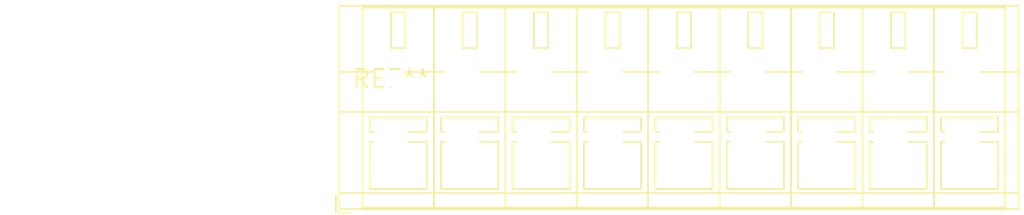
<source format=kicad_pcb>
(kicad_pcb (version 20240108) (generator pcbnew)
  (layers (0 "F.Cu" signal) (31 "B.Cu" signal) (34 "B.Paste" user) (35 "F.Paste" user) (36 "B.SilkS" user "B.Silkscreen") (37 "F.SilkS" user "F.Silkscreen") (38 "B.Mask" user) (39 "F.Mask" user) (44 "Edge.Cuts" user))
  (net 0 "")
  (footprint "TerminalBlock_WAGO_236-409_1x09_P5.00mm_45Degree" (layer "F.Cu") (at 0 0)
    (property "Reference" "REF**")
    (property "Value" "TerminalBlock_WAGO_236-409_1x09_P5.00mm_45Degree")
    (fp_line (start -3.86 8.12) (end -3.86 9.36) (layer "F.SilkS") (stroke (width 0.12)))
    (fp_line (start -3.86 9.36) (end -2.86 9.36) (layer "F.SilkS") (stroke (width 0.12)))
    (fp_line (start -3.62 -5.12) (end -3.62 9.12) (layer "F.SilkS") (stroke (width 0.12)))
    (fp_line (start -3.62 -5.12) (end 43.92 -5.12) (layer "F.SilkS") (stroke (width 0.12)))
    (fp_line (start -3.62 -0.5) (end -1.23 -0.5) (layer "F.SilkS") (stroke (width 0.12)))
    (fp_line (start -3.62 2.3) (end 43.92 2.3) (layer "F.SilkS") (stroke (width 0.12)))
    (fp_line (start -3.62 8) (end 43.92 8) (layer "F.SilkS") (stroke (width 0.12)))
    (fp_line (start -3.62 9.12) (end 43.92 9.12) (layer "F.SilkS") (stroke (width 0.12)))
    (fp_line (start -2 -5) (end -2 9) (layer "F.SilkS") (stroke (width 0.12)))
    (fp_line (start -2 -5) (end 3 -5) (layer "F.SilkS") (stroke (width 0.12)))
    (fp_line (start -2 9) (end 3 9) (layer "F.SilkS") (stroke (width 0.12)))
    (fp_line (start -1.5 2.7) (end -1.5 3.7) (layer "F.SilkS") (stroke (width 0.12)))
    (fp_line (start -1.5 2.7) (end 2.5 2.7) (layer "F.SilkS") (stroke (width 0.12)))
    (fp_line (start -1.5 3.7) (end -1.23 3.7) (layer "F.SilkS") (stroke (width 0.12)))
    (fp_line (start -1.5 4.4) (end -1.5 7.7) (layer "F.SilkS") (stroke (width 0.12)))
    (fp_line (start -1.5 4.4) (end -1.23 4.4) (layer "F.SilkS") (stroke (width 0.12)))
    (fp_line (start -1.5 7.7) (end 2.5 7.7) (layer "F.SilkS") (stroke (width 0.12)))
    (fp_line (start 0 -4.65) (end 0 -2.151) (layer "F.SilkS") (stroke (width 0.12)))
    (fp_line (start 0 -4.65) (end 1 -4.65) (layer "F.SilkS") (stroke (width 0.12)))
    (fp_line (start 0 -2.151) (end 1 -2.151) (layer "F.SilkS") (stroke (width 0.12)))
    (fp_line (start 1 -4.65) (end 1 -2.151) (layer "F.SilkS") (stroke (width 0.12)))
    (fp_line (start 1.23 -0.5) (end 3.77 -0.5) (layer "F.SilkS") (stroke (width 0.12)))
    (fp_line (start 1.23 3.7) (end 2.5 3.7) (layer "F.SilkS") (stroke (width 0.12)))
    (fp_line (start 1.23 4.4) (end 2.5 4.4) (layer "F.SilkS") (stroke (width 0.12)))
    (fp_line (start 2.5 2.7) (end 2.5 3.7) (layer "F.SilkS") (stroke (width 0.12)))
    (fp_line (start 2.5 4.4) (end 2.5 7.7) (layer "F.SilkS") (stroke (width 0.12)))
    (fp_line (start 3 -5) (end 3 9) (layer "F.SilkS") (stroke (width 0.12)))
    (fp_line (start 3 -5) (end 3 9) (layer "F.SilkS") (stroke (width 0.12)))
    (fp_line (start 3 -5) (end 8 -5) (layer "F.SilkS") (stroke (width 0.12)))
    (fp_line (start 3 9) (end 8 9) (layer "F.SilkS") (stroke (width 0.12)))
    (fp_line (start 3.5 2.7) (end 3.5 3.7) (layer "F.SilkS") (stroke (width 0.12)))
    (fp_line (start 3.5 2.7) (end 7.5 2.7) (layer "F.SilkS") (stroke (width 0.12)))
    (fp_line (start 3.5 3.7) (end 3.77 3.7) (layer "F.SilkS") (stroke (width 0.12)))
    (fp_line (start 3.5 4.4) (end 3.5 7.7) (layer "F.SilkS") (stroke (width 0.12)))
    (fp_line (start 3.5 4.4) (end 3.77 4.4) (layer "F.SilkS") (stroke (width 0.12)))
    (fp_line (start 3.5 7.7) (end 7.5 7.7) (layer "F.SilkS") (stroke (width 0.12)))
    (fp_line (start 5 -4.65) (end 5 -2.151) (layer "F.SilkS") (stroke (width 0.12)))
    (fp_line (start 5 -4.65) (end 6 -4.65) (layer "F.SilkS") (stroke (width 0.12)))
    (fp_line (start 5 -2.151) (end 6 -2.151) (layer "F.SilkS") (stroke (width 0.12)))
    (fp_line (start 6 -4.65) (end 6 -2.151) (layer "F.SilkS") (stroke (width 0.12)))
    (fp_line (start 6.23 -0.5) (end 8.77 -0.5) (layer "F.SilkS") (stroke (width 0.12)))
    (fp_line (start 6.23 3.7) (end 7.5 3.7) (layer "F.SilkS") (stroke (width 0.12)))
    (fp_line (start 6.23 4.4) (end 7.5 4.4) (layer "F.SilkS") (stroke (width 0.12)))
    (fp_line (start 7.5 2.7) (end 7.5 3.7) (layer "F.SilkS") (stroke (width 0.12)))
    (fp_line (start 7.5 4.4) (end 7.5 7.7) (layer "F.SilkS") (stroke (width 0.12)))
    (fp_line (start 8 -5) (end 8 9) (layer "F.SilkS") (stroke (width 0.12)))
    (fp_line (start 8 -5) (end 8 9) (layer "F.SilkS") (stroke (width 0.12)))
    (fp_line (start 8 -5) (end 13 -5) (layer "F.SilkS") (stroke (width 0.12)))
    (fp_line (start 8 9) (end 13 9) (layer "F.SilkS") (stroke (width 0.12)))
    (fp_line (start 8.5 2.7) (end 8.5 3.7) (layer "F.SilkS") (stroke (width 0.12)))
    (fp_line (start 8.5 2.7) (end 12.5 2.7) (layer "F.SilkS") (stroke (width 0.12)))
    (fp_line (start 8.5 3.7) (end 8.77 3.7) (layer "F.SilkS") (stroke (width 0.12)))
    (fp_line (start 8.5 4.4) (end 8.5 7.7) (layer "F.SilkS") (stroke (width 0.12)))
    (fp_line (start 8.5 4.4) (end 8.77 4.4) (layer "F.SilkS") (stroke (width 0.12)))
    (fp_line (start 8.5 7.7) (end 12.5 7.7) (layer "F.SilkS") (stroke (width 0.12)))
    (fp_line (start 10 -4.65) (end 10 -2.151) (layer "F.SilkS") (stroke (width 0.12)))
    (fp_line (start 10 -4.65) (end 11 -4.65) (layer "F.SilkS") (stroke (width 0.12)))
    (fp_line (start 10 -2.151) (end 11 -2.151) (layer "F.SilkS") (stroke (width 0.12)))
    (fp_line (start 11 -4.65) (end 11 -2.151) (layer "F.SilkS") (stroke (width 0.12)))
    (fp_line (start 11.23 -0.5) (end 13.77 -0.5) (layer "F.SilkS") (stroke (width 0.12)))
    (fp_line (start 11.23 3.7) (end 12.5 3.7) (layer "F.SilkS") (stroke (width 0.12)))
    (fp_line (start 11.23 4.4) (end 12.5 4.4) (layer "F.SilkS") (stroke (width 0.12)))
    (fp_line (start 12.5 2.7) (end 12.5 3.7) (layer "F.SilkS") (stroke (width 0.12)))
    (fp_line (start 12.5 4.4) (end 12.5 7.7) (layer "F.SilkS") (stroke (width 0.12)))
    (fp_line (start 13 -5) (end 13 9) (layer "F.SilkS") (stroke (width 0.12)))
    (fp_line (start 13 -5) (end 13 9) (layer "F.SilkS") (stroke (width 0.12)))
    (fp_line (start 13 -5) (end 18 -5) (layer "F.SilkS") (stroke (width 0.12)))
    (fp_line (start 13 9) (end 18 9) (layer "F.SilkS") (stroke (width 0.12)))
    (fp_line (start 13.5 2.7) (end 13.5 3.7) (layer "F.SilkS") (stroke (width 0.12)))
    (fp_line (start 13.5 2.7) (end 17.5 2.7) (layer "F.SilkS") (stroke (width 0.12)))
    (fp_line (start 13.5 3.7) (end 13.77 3.7) (layer "F.SilkS") (stroke (width 0.12)))
    (fp_line (start 13.5 4.4) (end 13.5 7.7) (layer "F.SilkS") (stroke (width 0.12)))
    (fp_line (start 13.5 4.4) (end 13.77 4.4) (layer "F.SilkS") (stroke (width 0.12)))
    (fp_line (start 13.5 7.7) (end 17.5 7.7) (layer "F.SilkS") (stroke (width 0.12)))
    (fp_line (start 15 -4.65) (end 15 -2.151) (layer "F.SilkS") (stroke (width 0.12)))
    (fp_line (start 15 -4.65) (end 16 -4.65) (layer "F.SilkS") (stroke (width 0.12)))
    (fp_line (start 15 -2.151) (end 16 -2.151) (layer "F.SilkS") (stroke (width 0.12)))
    (fp_line (start 16 -4.65) (end 16 -2.151) (layer "F.SilkS") (stroke (width 0.12)))
    (fp_line (start 16.23 -0.5) (end 18.77 -0.5) (layer "F.SilkS") (stroke (width 0.12)))
    (fp_line (start 16.23 3.7) (end 17.5 3.7) (layer "F.SilkS") (stroke (width 0.12)))
    (fp_line (start 16.23 4.4) (end 17.5 4.4) (layer "F.SilkS") (stroke (width 0.12)))
    (fp_line (start 17.5 2.7) (end 17.5 3.7) (layer "F.SilkS") (stroke (width 0.12)))
    (fp_line (start 17.5 4.4) (end 17.5 7.7) (layer "F.SilkS") (stroke (width 0.12)))
    (fp_line (start 18 -5) (end 18 9) (layer "F.SilkS") (stroke (width 0.12)))
    (fp_line (start 18 -5) (end 18 9) (layer "F.SilkS") (stroke (width 0.12)))
    (fp_line (start 18 -5) (end 23 -5) (layer "F.SilkS") (stroke (width 0.12)))
    (fp_line (start 18 9) (end 23 9) (layer "F.SilkS") (stroke (width 0.12)))
    (fp_line (start 18.5 2.7) (end 18.5 3.7) (layer "F.SilkS") (stroke (width 0.12)))
    (fp_line (start 18.5 2.7) (end 22.5 2.7) (layer "F.SilkS") (stroke (width 0.12)))
    (fp_line (start 18.5 3.7) (end 18.77 3.7) (layer "F.SilkS") (stroke (width 0.12)))
    (fp_line (start 18.5 4.4) (end 18.5 7.7) (layer "F.SilkS") (stroke (width 0.12)))
    (fp_line (start 18.5 4.4) (end 18.77 4.4) (layer "F.SilkS") (stroke (width 0.12)))
    (fp_line (start 18.5 7.7) (end 22.5 7.7) (layer "F.SilkS") (stroke (width 0.12)))
    (fp_line (start 20 -4.65) (end 20 -2.151) (layer "F.SilkS") (stroke (width 0.12)))
    (fp_line (start 20 -4.65) (end 21 -4.65) (layer "F.SilkS") (stroke (width 0.12)))
    (fp_line (start 20 -2.151) (end 21 -2.151) (layer "F.SilkS") (stroke (width 0.12)))
    (fp_line (start 21 -4.65) (end 21 -2.151) (layer "F.SilkS") (stroke (width 0.12)))
    (fp_line (start 21.23 -0.5) (end 23.77 -0.5) (layer "F.SilkS") (stroke (width 0.12)))
    (fp_line (start 21.23 3.7) (end 22.5 3.7) (layer "F.SilkS") (stroke (width 0.12)))
    (fp_line (start 21.23 4.4) (end 22.5 4.4) (layer "F.SilkS") (stroke (width 0.12)))
    (fp_line (start 22.5 2.7) (end 22.5 3.7) (layer "F.SilkS") (stroke (width 0.12)))
    (fp_line (start 22.5 4.4) (end 22.5 7.7) (layer "F.SilkS") (stroke (width 0.12)))
    (fp_line (start 23 -5) (end 23 9) (layer "F.SilkS") (stroke (width 0.12)))
    (fp_line (start 23 -5) (end 23 9) (layer "F.SilkS") (stroke (width 0.12)))
    (fp_line (start 23 -5) (end 28 -5) (layer "F.SilkS") (stroke (width 0.12)))
    (fp_line (start 23 9) (end 28 9) (layer "F.SilkS") (stroke (width 0.12)))
    (fp_line (start 23.5 2.7) (end 23.5 3.7) (layer "F.SilkS") (stroke (width 0.12)))
    (fp_line (start 23.5 2.7) (end 27.5 2.7) (layer "F.SilkS") (stroke (width 0.12)))
    (fp_line (start 23.5 3.7) (end 23.77 3.7) (layer "F.SilkS") (stroke (width 0.12)))
    (fp_line (start 23.5 4.4) (end 23.5 7.7) (layer "F.SilkS") (stroke (width 0.12)))
    (fp_line (start 23.5 4.4) (end 23.77 4.4) (layer "F.SilkS") (stroke (width 0.12)))
    (fp_line (start 23.5 7.7) (end 27.5 7.7) (layer "F.SilkS") (stroke (width 0.12)))
    (fp_line (start 25 -4.65) (end 25 -2.151) (layer "F.SilkS") (stroke (width 0.12)))
    (fp_line (start 25 -4.65) (end 26 -4.65) (layer "F.SilkS") (stroke (width 0.12)))
    (fp_line (start 25 -2.151) (end 26 -2.151) (layer "F.SilkS") (stroke (width 0.12)))
    (fp_line (start 26 -4.65) (end 26 -2.151) (layer "F.SilkS") (stroke (width 0.12)))
    (fp_line (start 26.23 -0.5) (end 28.77 -0.5) (layer "F.SilkS") (stroke (width 0.12)))
    (fp_line (start 26.23 3.7) (end 27.5 3.7) (layer "F.SilkS") (stroke (width 0.12)))
    (fp_line (start 26.23 4.4) (end 27.5 4.4) (layer "F.SilkS") (stroke (width 0.12)))
    (fp_line (start 27.5 2.7) (end 27.5 3.7) (layer "F.SilkS") (stroke (width 0.12)))
    (fp_line (start 27.5 4.4) (end 27.5 7.7) (layer "F.SilkS") (stroke (width 0.12)))
    (fp_line (start 28 -5) (end 28 9) (layer "F.SilkS") (stroke (width 0.12)))
    (fp_line (start 28 -5) (end 28 9) (layer "F.SilkS") (stroke (width 0.12)))
    (fp_line (start 28 -5) (end 33 -5) (layer "F.SilkS") (stroke (width 0.12)))
    (fp_line (start 28 9) (end 33 9) (layer "F.SilkS") (stroke (width 0.12)))
    (fp_line (start 28.5 2.7) (end 28.5 3.7) (layer "F.SilkS") (stroke (width 0.12)))
    (fp_line (start 28.5 2.7) (end 32.5 2.7) (layer "F.SilkS") (stroke (width 0.12)))
    (fp_line (start 28.5 3.7) (end 28.77 3.7) (layer "F.SilkS") (stroke (width 0.12)))
    (fp_line (start 28.5 4.4) (end 28.5 7.7) (layer "F.SilkS") (stroke (width 0.12)))
    (fp_line (start 28.5 4.4) (end 28.77 4.4) (layer "F.SilkS") (stroke (width 0.12)))
    (fp_line (start 28.5 7.7) (end 32.5 7.7) (layer "F.SilkS") (stroke (width 0.12)))
    (fp_line (start 30 -4.65) (end 30 -2.151) (layer "F.SilkS") (stroke (width 0.12)))
    (fp_line (start 30 -4.65) (end 31 -4.65) (layer "F.SilkS") (stroke (width 0.12)))
    (fp_line (start 30 -2.151) (end 31 -2.151) (layer "F.SilkS") (stroke (width 0.12)))
    (fp_line (start 31 -4.65) (end 31 -2.151) (layer "F.SilkS") (stroke (width 0.12)))
    (fp_line (start 31.23 -0.5) (end 33.77 -0.5) (layer "F.SilkS") (stroke (width 0.12)))
    (fp_line (start 31.23 3.7) (end 32.5 3.7) (layer "F.SilkS") (stroke (width 0.12)))
    (fp_line (start 31.23 4.4) (end 32.5 4.4) (layer "F.SilkS") (stroke (width 0.12)))
    (fp_line (start 32.5 2.7) (end 32.5 3.7) (layer "F.SilkS") (stroke (width 0.12)))
    (fp_line (start 32.5 4.4) (end 32.5 7.7) (layer "F.SilkS") (stroke (width 0.12)))
    (fp_line (start 33 -5) (end 33 9) (layer "F.SilkS") (stroke (width 0.12)))
    (fp_line (start 33 -5) (end 33 9) (layer "F.SilkS") (stroke (width 0.12)))
    (fp_line (start 33 -5) (end 38 -5) (layer "F.SilkS") (stroke (width 0.12)))
    (fp_line (start 33 9) (end 38 9) (layer "F.SilkS") (stroke (width 0.12)))
    (fp_line (start 33.5 2.7) (end 33.5 3.7) (layer "F.SilkS") (stroke (width 0.12)))
    (fp_line (start 33.5 2.7) (end 37.5 2.7) (layer "F.SilkS") (stroke (width 0.12)))
    (fp_line (start 33.5 3.7) (end 33.77 3.7) (layer "F.SilkS") (stroke (width 0.12)))
    (fp_line (start 33.5 4.4) (end 33.5 7.7) (layer "F.SilkS") (stroke (width 0.12)))
    (fp_line (start 33.5 4.4) (end 33.77 4.4) (layer "F.SilkS") (stroke (width 0.12)))
    (fp_line (start 33.5 7.7) (end 37.5 7.7) (layer "F.SilkS") (stroke (width 0.12)))
    (fp_line (start 35 -4.65) (end 35 -2.151) (layer "F.SilkS") (stroke (width 0.12)))
    (fp_line (start 35 -4.65) (end 36 -4.65) (layer "F.SilkS") (stroke (width 0.12)))
    (fp_line (start 35 -2.151) (end 36 -2.151) (layer "F.SilkS") (stroke (width 0.12)))
    (fp_line (start 36 -4.65) (end 36 -2.151) (layer "F.SilkS") (stroke (width 0.12)))
    (fp_line (start 36.23 -0.5) (end 38.77 -0.5) (layer "F.SilkS") (stroke (width 0.12)))
    (fp_line (start 36.23 3.7) (end 37.5 3.7) (layer "F.SilkS") (stroke (width 0.12)))
    (fp_line (start 36.23 4.4) (end 37.5 4.4) (layer "F.SilkS") (stroke (width 0.12)))
    (fp_line (start 37.5 2.7) (end 37.5 3.7) (layer "F.SilkS") (stroke (width 0.12)))
    (fp_line (start 37.5 4.4) (end 37.5 7.7) (layer "F.SilkS") (stroke (width 0.12)))
    (fp_line (start 38 -5) (end 38 9) (layer "F.SilkS") (stroke (width 0.12)))
    (fp_line (start 38 -5) (end 38 9) (layer "F.SilkS") (stroke (width 0.12)))
    (fp_line (start 38 -5) (end 43 -5) (layer "F.SilkS") (stroke (width 0.12)))
    (fp_line (start 38 9) (end 43 9) (layer "F.SilkS") (stroke (width 0.12)))
    (fp_line (start 38.5 2.7) (end 38.5 3.7) (layer "F.SilkS") (stroke (width 0.12)))
    (fp_line (start 38.5 2.7) (end 42.5 2.7) (layer "F.SilkS") (stroke (width 0.12)))
    (fp_line (start 38.5 3.7) (end 38.77 3.7) (layer "F.SilkS") (stroke (width 0.12)))
    (fp_line (start 38.5 4.4) (end 38.5 7.7) (layer "F.SilkS") (stroke (width 0.12)))
    (fp_line (start 38.5 4.4) (end 38.77 4.4) (layer "F.SilkS") (stroke (width 0.12)))
    (fp_line (start 38.5 7.7) (end 42.5 7.7) (layer "F.SilkS") (stroke (width 0.12)))
    (fp_line (start 40 -4.65) (end 40 -2.151) (layer "F.SilkS") (stroke (width 0.12)))
    (fp_line (start 40 -4.65) (end 41 -4.65) (layer "F.SilkS") (stroke (width 0.12)))
    (fp_line (start 40 -2.151) (end 41 -2.151) (layer "F.SilkS") (stroke (width 0.12)))
    (fp_line (start 41 -4.65) (end 41 -2.151) (layer "F.SilkS") (stroke (width 0.12)))
    (fp_line (start 41.23 -0.5) (end 43.92 -0.5) (layer "F.SilkS") (stroke (width 0.12)))
    (fp_line (start 41.23 3.7) (end 42.5 3.7) (layer "F.SilkS") (stroke (width 0.12)))
    (fp_line (start 41.23 4.4) (end 42.5 4.4) (layer "F.SilkS") (stroke (width 0.12)))
    (fp_line (start 42.5 2.7) (end 42.5 3.7) (layer "F.SilkS") (stroke (width 0.12)))
    (fp_line (start 42.5 4.4) (end 42.5 7.7) (layer "F.SilkS") (stroke (width 0.12)))
    (fp_line (start 43 -5) (end 43 9) (layer "F.SilkS") (stroke (width 0.12)))
    (fp_line (start 43.92 -5.12) (end 43.92 9.12) (layer "F.SilkS") (stroke (width 0.12)))
    (pad "1" thru_hole rect (at 0 0) (size 1.5 3) (drill 1.15) (layers *.Cu *.Mask) (remove_unused_layers))
    (pad "1" thru_hole rect (at 0 5) (size 1.5 3) (drill 1.15) (layers *.Cu *.Mask) (remove_unused_layers))
    (pad "2" thru_hole oval (at 5 0) (size 1.5 3) (drill 1.15) (layers *.Cu *.Mask) (remove_unused_layers))
    (pad "2" thru_hole oval (at 5 5) (size 1.5 3) (drill 1.15) (layers *.Cu *.Mask) (remove_unused_layers))
    (pad "3" thru_hole oval (at 10 0) (size 1.5 3) (drill 1.15) (layers *.Cu *.Mask) (remove_unused_layers))
    (pad "3" thru_hole oval (at 10 5) (size 1.5 3) (drill 1.15) (layers *.Cu *.Mask) (remove_unused_layers))
    (pad "4" thru_hole oval (at 15 0) (size 1.5 3) (drill 1.15) (layers *.Cu *.Mask) (remove_unused_layers))
    (pad "4" thru_hole oval (at 15 5) (size 1.5 3) (drill 1.15) (layers *.Cu *.Mask) (remove_unused_layers))
    (pad "5" thru_hole oval (at 20 0) (size 1.5 3) (drill 1.15) (layers *.Cu *.Mask) (remove_unused_layers))
    (pad "5" thru_hole oval (at 20 5) (size 1.5 3) (drill 1.15) (layers *.Cu *.Mask) (remove_unused_layers))
    (pad "6" thru_hole oval (at 25 0) (size 1.5 3) (drill 1.15) (layers *.Cu *.Mask) (remove_unused_layers))
    (pad "6" thru_hole oval (at 25 5) (size 1.5 3) (drill 1.15) (layers *.Cu *.Mask) (remove_unused_layers))
    (pad "7" thru_hole oval (at 30 0) (size 1.5 3) (drill 1.15) (layers *.Cu *.Mask) (remove_unused_layers))
    (pad "7" thru_hole oval (at 30 5) (size 1.5 3) (drill 1.15) (layers *.Cu *.Mask) (remove_unused_layers))
    (pad "8" thru_hole oval (at 35 0) (size 1.5 3) (drill 1.15) (layers *.Cu *.Mask) (remove_unused_layers))
    (pad "8" thru_hole oval (at 35 5) (size 1.5 3) (drill 1.15) (layers *.Cu *.Mask) (remove_unused_layers))
    (pad "9" thru_hole oval (at 40 0) (size 1.5 3) (drill 1.15) (layers *.Cu *.Mask) (remove_unused_layers))
    (pad "9" thru_hole oval (at 40 5) (size 1.5 3) (drill 1.15) (layers *.Cu *.Mask) (remove_unused_layers))
  )
)
</source>
